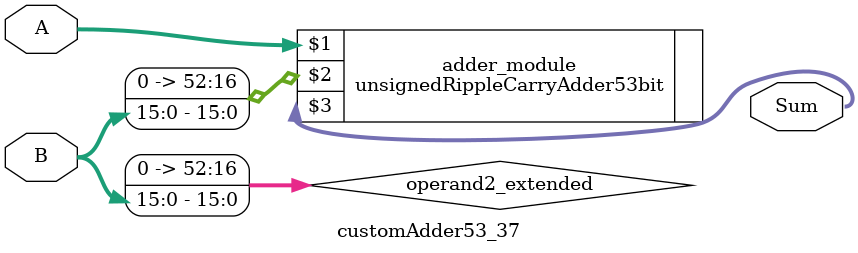
<source format=v>
module customAdder53_37(
                        input [52 : 0] A,
                        input [15 : 0] B,
                        
                        output [53 : 0] Sum
                );

        wire [52 : 0] operand2_extended;
        
        assign operand2_extended =  {37'b0, B};
        
        unsignedRippleCarryAdder53bit adder_module(
            A,
            operand2_extended,
            Sum
        );
        
        endmodule
        
</source>
